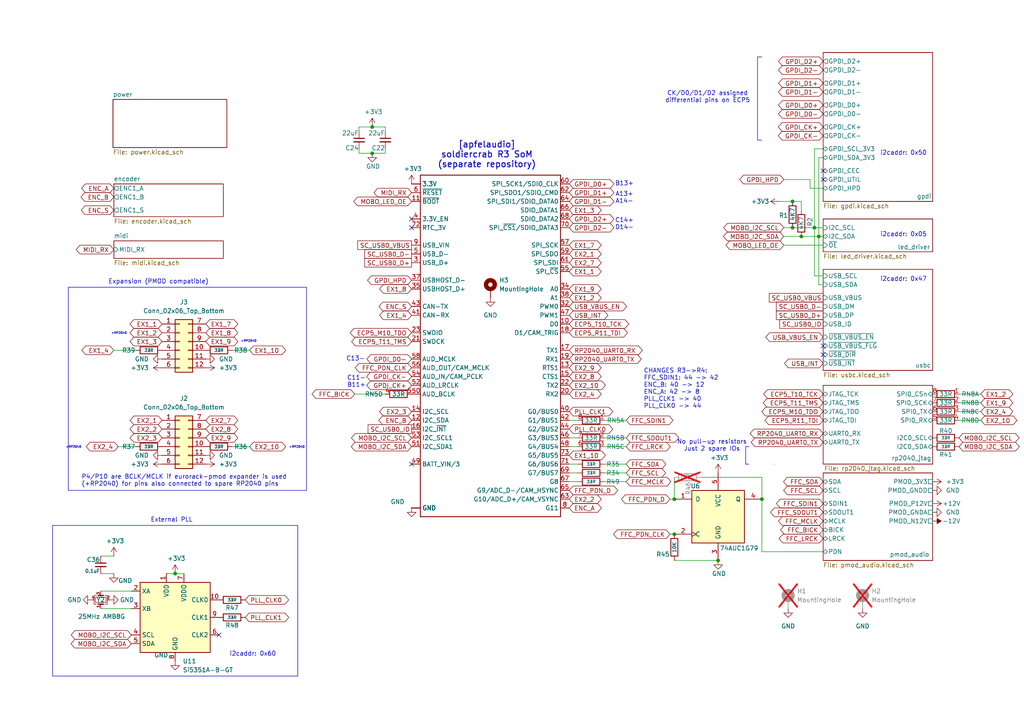
<source format=kicad_sch>
(kicad_sch (version 20231120) (generator "eeschema") (generator_version "8.0")
  (paper "A4")
  (title_block (title "Tiliqua (motherboard PCBA)") (rev "R3") (company "S. Holzapfel, apfelaudio UG (haftungsbeschränkt)"))
  (junction (at 220.98 144.78))
  (junction (at 208.28 162.56))
  (junction (at 107.95 36.83))
  (junction (at 229.87 66.04))
  (junction (at 229.87 58.42))
  (junction (at 236.22 66.04))
  (junction (at 107.95 44.45))
  (junction (at 195.58 144.78))
  (junction (at 50.8 166.37))
  (junction (at 195.58 154.94))
  (junction (at 232.41 68.58))
  (junction (at 237.49 68.58))
  (no_connect (at 63.5 184.15))
  (no_connect (at 119.38 134.62))
  (no_connect (at 119.38 66.04))
  (no_connect (at 238.76 52.07))
  (no_connect (at 238.76 100.33))
  (no_connect (at 238.76 102.87))
  (no_connect (at 238.76 49.53))
  (no_connect (at 119.38 63.5))
  (wire (pts (xy 229.87 58.42) (xy 232.41 58.42)))
  (wire (pts (xy 194.31 154.94) (xy 195.58 154.94)))
  (wire (pts (xy 104.14 44.45) (xy 107.95 44.45)))
  (wire (pts (xy 175.26 134.62) (xy 181.61 134.62)))
  (polyline (pts (xy 219.71 40.64) (xy 220.98 40.64)))
  (polyline (pts (xy 216.2819 129.54) (xy 216.2819 134.62)))
  (wire (pts (xy 234.95 52.07) (xy 234.95 54.61)))
  (wire (pts (xy 29.21 176.53) (xy 38.1 176.53)))
  (wire (pts (xy 220.98 138.43) (xy 220.98 144.78)))
  (wire (pts (xy 167.64 121.92) (xy 165.1 121.92)))
  (wire (pts (xy 236.22 43.18) (xy 238.76 43.18)))
  (wire (pts (xy 278.13 121.92) (xy 284.48 121.92)))
  (wire (pts (xy 48.26 166.37) (xy 50.8 166.37)))
  (wire (pts (xy 72.39 129.54) (xy 67.31 129.54)))
  (wire (pts (xy 236.22 80.01) (xy 238.76 80.01)))
  (wire (pts (xy 181.61 121.92) (xy 175.26 121.92)))
  (wire (pts (xy 111.76 44.45) (xy 111.76 43.18)))
  (wire (pts (xy 229.87 66.04) (xy 236.22 66.04)))
  (wire (pts (xy 236.22 66.04) (xy 236.22 80.01)))
  (wire (pts (xy 104.14 38.1) (xy 104.14 36.83)))
  (wire (pts (xy 237.49 68.58) (xy 237.49 45.72)))
  (wire (pts (xy 34.29 129.54) (xy 39.37 129.54)))
  (wire (pts (xy 167.64 139.7) (xy 165.1 139.7)))
  (wire (pts (xy 278.13 114.3) (xy 284.48 114.3)))
  (wire (pts (xy 165.1 134.62) (xy 167.64 134.62)))
  (wire (pts (xy 227.33 66.04) (xy 229.87 66.04)))
  (wire (pts (xy 203.2 138.43) (xy 220.98 138.43)))
  (wire (pts (xy 220.98 144.78) (xy 220.98 160.02)))
  (wire (pts (xy 195.58 138.43) (xy 195.58 144.78)))
  (wire (pts (xy 237.49 68.58) (xy 238.76 68.58)))
  (wire (pts (xy 234.95 54.61) (xy 238.76 54.61)))
  (wire (pts (xy 237.49 68.58) (xy 237.49 82.55)))
  (wire (pts (xy 165.1 137.16) (xy 167.64 137.16)))
  (polyline (pts (xy 219.71 16.51) (xy 219.71 40.64)))
  (wire (pts (xy 227.33 52.07) (xy 234.95 52.07)))
  (polyline (pts (xy 216.2819 134.62) (xy 217.17 134.62)))
  (wire (pts (xy 111.76 36.83) (xy 111.76 38.1)))
  (wire (pts (xy 175.26 139.7) (xy 181.61 139.7)))
  (wire (pts (xy 29.21 161.29) (xy 33.02 161.29)))
  (wire (pts (xy 102.87 114.3) (xy 111.76 114.3)))
  (wire (pts (xy 237.49 45.72) (xy 238.76 45.72)))
  (wire (pts (xy 175.26 129.54) (xy 181.61 129.54)))
  (wire (pts (xy 167.64 127) (xy 165.1 127)))
  (wire (pts (xy 236.22 66.04) (xy 236.22 43.18)))
  (wire (pts (xy 107.95 44.45) (xy 111.76 44.45)))
  (wire (pts (xy 50.8 166.37) (xy 53.34 166.37)))
  (wire (pts (xy 278.13 116.84) (xy 284.48 116.84)))
  (wire (pts (xy 29.21 166.37) (xy 33.02 166.37)))
  (wire (pts (xy 195.58 162.56) (xy 208.28 162.56)))
  (wire (pts (xy 107.95 36.83) (xy 111.76 36.83)))
  (wire (pts (xy 175.26 137.16) (xy 181.61 137.16)))
  (wire (pts (xy 226.06 58.42) (xy 229.87 58.42)))
  (wire (pts (xy 220.98 160.02) (xy 238.76 160.02)))
  (wire (pts (xy 236.22 66.04) (xy 238.76 66.04)))
  (polyline (pts (xy 216.2819 129.54) (xy 217.2261 129.54)))
  (wire (pts (xy 104.14 36.83) (xy 107.95 36.83)))
  (wire (pts (xy 175.26 127) (xy 181.61 127)))
  (polyline (pts (xy 224.4081 134.6199) (xy 224.4081 134.62)))
  (wire (pts (xy 29.21 171.45) (xy 38.1 171.45)))
  (wire (pts (xy 104.14 43.18) (xy 104.14 44.45)))
  (wire (pts (xy 237.49 82.55) (xy 238.76 82.55)))
  (wire (pts (xy 33.02 101.6) (xy 39.37 101.6)))
  (wire (pts (xy 167.64 129.54) (xy 165.1 129.54)))
  (wire (pts (xy 232.41 68.58) (xy 237.49 68.58)))
  (wire (pts (xy 227.33 68.58) (xy 232.41 68.58)))
  (wire (pts (xy 278.13 119.38) (xy 284.48 119.38)))
  (wire (pts (xy 194.31 144.78) (xy 195.58 144.78)))
  (wire (pts (xy 227.33 71.12) (xy 238.76 71.12)))
  (polyline (pts (xy 220.98 16.51) (xy 219.71 16.51)))
  (wire (pts (xy 232.41 60.96) (xy 232.41 58.42)))
  (wire (pts (xy 67.31 101.6) (xy 72.39 101.6)))
  (rectangle (start 15.24 152.4) (end 86.36 196.088))
  (rectangle (start 19.812 83.312) (end 88.9 142.24))
  (text "A13+\nA14-" (at 181.102 57.404 0) (effects (font (size 1.27 1.27))))
  (text "+RP2040" (at 72.136 99.06 0) (effects (font (size 0.635 0.635) (thickness 0.127) (bold yes))))
  (text "No pull-up resistors\nJust 2 spare IOs" (at 206.502 129.286 0) (effects (font (size 1.27 1.27))))
  (text "+RP2040" (at 86.106 129.794 0) (effects (font (size 0.635 0.635) (thickness 0.127) (bold yes))))
  (text "Expansion (PMOD compatible)" (at 45.974 81.788 0) (effects (font (size 1.27 1.27))))
  (text "i2caddr: 0x60" (at 66.548 190.5 0) (effects (font (size 1.27 1.27)) (justify left bottom)))
  (text "P4/P10 are BCLK/MCLK if eurorack-pmod expander is used\n(+RP2040) for pins also connected to spare RP2040 pins" (at 23.622 139.446 0) (effects (font (size 1.27 1.27)) (justify left)))
  (text "i2caddr: 0x47" (at 255.27 81.788 0) (effects (font (size 1.27 1.27)) (justify left bottom)))
  (text "CK/D0/D1/D2 assigned\ndifferential pins on ECP5" (at 205.232 28.194 0) (effects (font (size 1.27 1.27))))
  (text "C14+\nD14-" (at 181.102 65.024 0) (effects (font (size 1.27 1.27))))
  (text "+RP2040" (at 34.544 96.774 0) (effects (font (size 0.635 0.635) (thickness 0.127) (bold yes))))
  (text "External PLL" (at 49.784 150.876 0) (effects (font (size 1.27 1.27))))
  (text "+RP2040" (at 21.336 129.794 0) (effects (font (size 0.635 0.635) (thickness 0.127) (bold yes))))
  (text "i2caddr: 0x05" (at 255.27 68.834 0) (effects (font (size 1.27 1.27)) (justify left bottom)))
  (text "C11-\nB11+" (at 103.378 110.744 0) (effects (font (size 1.27 1.27))))
  (text "B13+" (at 181.102 53.34 0) (effects (font (size 1.27 1.27))))
  (text "CHANGES R3->R4:\nFFC_SDIN1: 44 -> 42\nENC_B: 40 -> 12\nENC_A: 42 -> 8\nPLL_CLK1 -> 40\nPLL_CLK0 -> 44" (at 186.69 112.776 0) (effects (font (size 1.27 1.27)) (justify left)))
  (text "[apfelaudio]\nsoldiercrab R3 SoM\n(separate repository)" (at 141.224 44.958 0) (effects (font (size 1.778 1.778) (thickness 0.254) (bold yes))))
  (text "i2caddr: 0x50" (at 255.27 45.212 0) (effects (font (size 1.27 1.27)) (justify left bottom)))
  (text "C13-" (at 103.124 104.14 0) (effects (font (size 1.27 1.27))))
  (global_label "MOBO_I2C_SDA" (shape bidirectional) (at 38.1 186.69 180) (property "Intersheetrefs" "${INTERSHEET_REFS}" (effects (hide yes))))
  (global_label "USB_VBUS_EN" (shape bidirectional) (at 165.1 88.9 0) (property "Intersheetrefs" "${INTERSHEET_REFS}" (effects (hide yes))))
  (global_label "GPDI_HPD" (shape bidirectional) (at 227.33 52.07 180) (property "Intersheetrefs" "${INTERSHEET_REFS}" (effects (hide yes))))
  (global_label "GPDI_D1+" (shape bidirectional) (at 165.1 55.88 0) (property "Intersheetrefs" "${INTERSHEET_REFS}" (effects (hide yes))))
  (global_label "FFC_MCLK" (shape bidirectional) (at 238.76 151.13 180) (property "Intersheetrefs" "${INTERSHEET_REFS}" (effects (hide yes))))
  (global_label "EX1_9" (shape bidirectional) (at 165.1 83.82 0) (property "Intersheetrefs" "${INTERSHEET_REFS}" (effects (hide yes))))
  (global_label "EX2_1" (shape bidirectional) (at 46.99 121.92 180) (property "Intersheetrefs" "${INTERSHEET_REFS}" (effects (hide yes))))
  (global_label "ENC_S" (shape bidirectional) (at 119.38 88.9 180) (property "Intersheetrefs" "${INTERSHEET_REFS}" (effects (hide yes))))
  (global_label "SC_USB0_VBUS" (shape passive) (at 119.38 71.12 180) (property "Intersheetrefs" "${INTERSHEET_REFS}" (effects (hide yes))))
  (global_label "FFC_SDOUT1" (shape bidirectional) (at 181.61 127 0) (property "Intersheetrefs" "${INTERSHEET_REFS}" (effects (hide yes))))
  (global_label "EX2_10" (shape bidirectional) (at 165.1 111.76 0) (property "Intersheetrefs" "${INTERSHEET_REFS}" (effects (hide yes))))
  (global_label "MOBO_I2C_SCL" (shape bidirectional) (at 119.38 127 180) (property "Intersheetrefs" "${INTERSHEET_REFS}" (effects (hide yes))))
  (global_label "MIDI_RX" (shape bidirectional) (at 33.02 72.39 180) (property "Intersheetrefs" "${INTERSHEET_REFS}" (effects (hide yes))))
  (global_label "GPDI_D1-" (shape bidirectional) (at 238.76 26.67 180) (property "Intersheetrefs" "${INTERSHEET_REFS}" (effects (hide yes))))
  (global_label "MOBO_I2C_SCL" (shape bidirectional) (at 227.33 66.04 180) (property "Intersheetrefs" "${INTERSHEET_REFS}" (effects (hide yes))))
  (global_label "FFC_PDN_D" (shape bidirectional) (at 165.1 142.24 0) (property "Intersheetrefs" "${INTERSHEET_REFS}" (effects (hide yes))))
  (global_label "SC_USB0_D-" (shape passive) (at 238.76 88.9 180) (property "Intersheetrefs" "${INTERSHEET_REFS}" (effects (hide yes))))
  (global_label "PLL_CLK1" (shape bidirectional) (at 165.1 119.38 0) (property "Intersheetrefs" "${INTERSHEET_REFS}" (effects (hide yes))))
  (global_label "PLL_CLK0" (shape bidirectional) (at 165.1 124.46 0) (property "Intersheetrefs" "${INTERSHEET_REFS}" (effects (hide yes))))
  (global_label "SC_USB0_ID" (shape passive) (at 119.38 124.46 180) (property "Intersheetrefs" "${INTERSHEET_REFS}" (effects (hide yes))))
  (global_label "ECP5_R11_TDI" (shape bidirectional) (at 238.76 121.92 180) (property "Intersheetrefs" "${INTERSHEET_REFS}" (effects (hide yes))))
  (global_label "EX1_4" (shape bidirectional) (at 119.38 91.44 180) (property "Intersheetrefs" "${INTERSHEET_REFS}" (effects (hide yes))))
  (global_label "GPDI_D2+" (shape bidirectional) (at 165.1 63.5 0) (property "Intersheetrefs" "${INTERSHEET_REFS}" (effects (hide yes))))
  (global_label "EX1_3" (shape bidirectional) (at 46.99 99.06 180) (property "Intersheetrefs" "${INTERSHEET_REFS}" (effects (hide yes))))
  (global_label "EX2_4" (shape bidirectional) (at 284.48 119.38 0) (property "Intersheetrefs" "${INTERSHEET_REFS}" (effects (hide yes))))
  (global_label "GPDI_CK-" (shape bidirectional) (at 119.38 109.22 180) (property "Intersheetrefs" "${INTERSHEET_REFS}" (effects (hide yes))))
  (global_label "EX2_4" (shape bidirectional) (at 34.29 129.54 180) (property "Intersheetrefs" "${INTERSHEET_REFS}" (effects (hide yes))))
  (global_label "GPDI_CK-" (shape bidirectional) (at 238.76 39.37 180) (property "Intersheetrefs" "${INTERSHEET_REFS}" (effects (hide yes))))
  (global_label "SC_USB0_ID" (shape passive) (at 238.76 93.98 180) (property "Intersheetrefs" "${INTERSHEET_REFS}" (effects (hide yes))))
  (global_label "EX1_8" (shape bidirectional) (at 119.38 83.82 180) (property "Intersheetrefs" "${INTERSHEET_REFS}" (effects (hide yes))))
  (global_label "FFC_MCLK" (shape bidirectional) (at 181.61 139.7 0) (property "Intersheetrefs" "${INTERSHEET_REFS}" (effects (hide yes))))
  (global_label "ECP5_M10_TDO" (shape bidirectional) (at 238.76 119.38 180) (property "Intersheetrefs" "${INTERSHEET_REFS}" (effects (hide yes))))
  (global_label "ECP5_R11_TDI" (shape bidirectional) (at 165.1 96.52 0) (property "Intersheetrefs" "${INTERSHEET_REFS}" (effects (hide yes))))
  (global_label "EX2_8" (shape bidirectional) (at 59.69 124.46 0) (property "Intersheetrefs" "${INTERSHEET_REFS}" (effects (hide yes))))
  (global_label "GPDI_HPD" (shape bidirectional) (at 119.38 81.28 180) (property "Intersheetrefs" "${INTERSHEET_REFS}" (effects (hide yes))))
  (global_label "EX1_3" (shape bidirectional) (at 165.1 60.96 0) (property "Intersheetrefs" "${INTERSHEET_REFS}" (effects (hide yes))))
  (global_label "FFC_SDA" (shape bidirectional) (at 238.76 139.7 180) (property "Intersheetrefs" "${INTERSHEET_REFS}" (effects (hide yes))))
  (global_label "EX1_2" (shape bidirectional) (at 165.1 86.36 0) (property "Intersheetrefs" "${INTERSHEET_REFS}" (effects (hide yes))))
  (global_label "EX2_2" (shape bidirectional) (at 46.99 124.46 180) (property "Intersheetrefs" "${INTERSHEET_REFS}" (effects (hide yes))))
  (global_label "GPDI_D2-" (shape bidirectional) (at 238.76 20.32 180) (property "Intersheetrefs" "${INTERSHEET_REFS}" (effects (hide yes))))
  (global_label "FFC_SCL" (shape bidirectional) (at 238.76 142.24 180) (property "Intersheetrefs" "${INTERSHEET_REFS}" (effects (hide yes))))
  (global_label "MOBO_LED_OE" (shape bidirectional) (at 227.33 71.12 180) (property "Intersheetrefs" "${INTERSHEET_REFS}" (effects (hide yes))))
  (global_label "USB_VBUS_EN" (shape bidirectional) (at 238.76 97.79 180) (property "Intersheetrefs" "${INTERSHEET_REFS}" (effects (hide yes))))
  (global_label "MOBO_I2C_SDA" (shape bidirectional) (at 119.38 129.54 180) (property "Intersheetrefs" "${INTERSHEET_REFS}" (effects (hide yes))))
  (global_label "RP2040_UART0_TX" (shape bidirectional) (at 165.1 104.14 0) (property "Intersheetrefs" "${INTERSHEET_REFS}" (effects (hide yes))))
  (global_label "EX2_9" (shape bidirectional) (at 59.69 127 0) (property "Intersheetrefs" "${INTERSHEET_REFS}" (effects (hide yes))))
  (global_label "GPDI_D2+" (shape bidirectional) (at 238.76 17.78 180) (property "Intersheetrefs" "${INTERSHEET_REFS}" (effects (hide yes))))
  (global_label "EX2_8" (shape bidirectional) (at 165.1 109.22 0) (property "Intersheetrefs" "${INTERSHEET_REFS}" (effects (hide yes))))
  (global_label "EX2_4" (shape bidirectional) (at 165.1 114.3 0) (property "Intersheetrefs" "${INTERSHEET_REFS}" (effects (hide yes))))
  (global_label "RP2040_UART0_TX" (shape bidirectional) (at 238.76 128.27 180) (property "Intersheetrefs" "${INTERSHEET_REFS}" (effects (hide yes))))
  (global_label "FFC_SDIN1" (shape bidirectional) (at 181.61 121.92 0) (property "Intersheetrefs" "${INTERSHEET_REFS}" (effects (hide yes))))
  (global_label "GPDI_D0+" (shape bidirectional) (at 238.76 30.48 180) (property "Intersheetrefs" "${INTERSHEET_REFS}" (effects (hide yes))))
  (global_label "FFC_SDOUT1" (shape bidirectional) (at 238.76 148.59 180) (property "Intersheetrefs" "${INTERSHEET_REFS}" (effects (hide yes))))
  (global_label "EX1_9" (shape bidirectional) (at 284.48 116.84 0) (property "Intersheetrefs" "${INTERSHEET_REFS}" (effects (hide yes))))
  (global_label "FFC_LRCK" (shape bidirectional) (at 238.76 156.21 180) (property "Intersheetrefs" "${INTERSHEET_REFS}" (effects (hide yes))))
  (global_label "SC_USB0_VBUS" (shape passive) (at 238.76 86.36 180) (property "Intersheetrefs" "${INTERSHEET_REFS}" (effects (hide yes))))
  (global_label "FFC_SDIN1" (shape bidirectional) (at 238.76 146.05 180) (property "Intersheetrefs" "${INTERSHEET_REFS}" (effects (hide yes))))
  (global_label "FFC_SCL" (shape bidirectional) (at 181.61 137.16 0) (property "Intersheetrefs" "${INTERSHEET_REFS}" (effects (hide yes))))
  (global_label "EX2_7" (shape bidirectional) (at 59.69 121.92 0) (property "Intersheetrefs" "${INTERSHEET_REFS}" (effects (hide yes))))
  (global_label "PLL_CLK1" (shape bidirectional) (at 71.12 179.07 0) (property "Intersheetrefs" "${INTERSHEET_REFS}" (effects (hide yes))))
  (global_label "GPDI_D2-" (shape bidirectional) (at 165.1 66.04 0) (property "Intersheetrefs" "${INTERSHEET_REFS}" (effects (hide yes))))
  (global_label "ENC_B" (shape bidirectional) (at 119.38 121.92 180) (property "Intersheetrefs" "${INTERSHEET_REFS}" (effects (hide yes))))
  (global_label "ENC_B" (shape bidirectional) (at 33.02 57.15 180) (property "Intersheetrefs" "${INTERSHEET_REFS}" (effects (hide yes))))
  (global_label "EX1_1" (shape bidirectional) (at 46.99 93.98 180) (property "Intersheetrefs" "${INTERSHEET_REFS}" (effects (hide yes))))
  (global_label "EX1_7" (shape bidirectional) (at 165.1 71.12 0) (property "Intersheetrefs" "${INTERSHEET_REFS}" (effects (hide yes))))
  (global_label "EX2_9" (shape bidirectional) (at 165.1 106.68 0) (property "Intersheetrefs" "${INTERSHEET_REFS}" (effects (hide yes))))
  (global_label "RP2040_UART0_RX" (shape bidirectional) (at 165.1 101.6 0) (property "Intersheetrefs" "${INTERSHEET_REFS}" (effects (hide yes))))
  (global_label "MOBO_I2C_SDA" (shape bidirectional) (at 278.13 129.54 0) (property "Intersheetrefs" "${INTERSHEET_REFS}" (effects (hide yes))))
  (global_label "RP2040_UART0_RX" (shape bidirectional) (at 238.76 125.73 180) (property "Intersheetrefs" "${INTERSHEET_REFS}" (effects (hide yes))))
  (global_label "ECP5_T10_TCK" (shape bidirectional) (at 165.1 93.98 0) (property "Intersheetrefs" "${INTERSHEET_REFS}" (effects (hide yes))))
  (global_label "FFC_PDN_D" (shape bidirectional) (at 194.31 144.78 180) (property "Intersheetrefs" "${INTERSHEET_REFS}" (effects (hide yes))))
  (global_label "ECP5_M10_TDO" (shape bidirectional) (at 119.38 96.52 180) (property "Intersheetrefs" "${INTERSHEET_REFS}" (effects (hide yes))))
  (global_label "MOBO_LED_OE" (shape bidirectional) (at 119.38 58.42 180) (property "Intersheetrefs" "${INTERSHEET_REFS}" (effects (hide yes))))
  (global_label "EX1_4" (shape bidirectional) (at 33.02 101.6 180) (property "Intersheetrefs" "${INTERSHEET_REFS}" (effects (hide yes))))
  (global_label "GPDI_D0+" (shape bidirectional) (at 165.1 53.34 0) (property "Intersheetrefs" "${INTERSHEET_REFS}" (effects (hide yes))))
  (global_label "GPDI_D0-" (shape bidirectional) (at 119.38 104.14 180) (property "Intersheetrefs" "${INTERSHEET_REFS}" (effects (hide yes))))
  (global_label "EX2_10" (shape bidirectional) (at 284.48 121.92 0) (property "Intersheetrefs" "${INTERSHEET_REFS}" (effects (hide yes))))
  (global_label "ECP5_T11_TMS" (shape bidirectional) (at 119.38 99.06 180) (property "Intersheetrefs" "${INTERSHEET_REFS}" (effects (hide yes))))
  (global_label "ENC_A" (shape bidirectional) (at 33.02 54.61 180) (property "Intersheetrefs" "${INTERSHEET_REFS}" (effects (hide yes))))
  (global_label "FFC_PDN_CLK" (shape bidirectional) (at 119.38 106.68 180) (property "Intersheetrefs" "${INTERSHEET_REFS}" (effects (hide yes))))
  (global_label "EX1_2" (shape bidirectional) (at 46.99 96.52 180) (property "Intersheetrefs" "${INTERSHEET_REFS}" (effects (hide yes))))
  (global_label "GPDI_CK+" (shape bidirectional) (at 119.38 111.76 180) (property "Intersheetrefs" "${INTERSHEET_REFS}" (effects (hide yes))))
  (global_label "GPDI_D0-" (shape bidirectional) (at 238.76 33.02 180) (property "Intersheetrefs" "${INTERSHEET_REFS}" (effects (hide yes))))
  (global_label "FFC_BICK" (shape bidirectional) (at 238.76 153.67 180) (property "Intersheetrefs" "${INTERSHEET_REFS}" (effects (hide yes))))
  (global_label "USB_INT" (shape bidirectional) (at 238.76 105.41 180) (property "Intersheetrefs" "${INTERSHEET_REFS}" (effects (hide yes))))
  (global_label "EX1_8" (shape bidirectional) (at 59.69 96.52 0) (property "Intersheetrefs" "${INTERSHEET_REFS}" (effects (hide yes))))
  (global_label "SC_USB0_D-" (shape passive) (at 119.38 73.66 180) (property "Intersheetrefs" "${INTERSHEET_REFS}" (effects (hide yes))))
  (global_label "MOBO_I2C_SCL" (shape bidirectional) (at 38.1 184.15 180) (property "Intersheetrefs" "${INTERSHEET_REFS}" (effects (hide yes))))
  (global_label "MIDI_RX" (shape bidirectional) (at 119.38 55.88 180) (property "Intersheetrefs" "${INTERSHEET_REFS}" (effects (hide yes))))
  (global_label "EX2_3" (shape bidirectional) (at 119.38 119.38 180) (property "Intersheetrefs" "${INTERSHEET_REFS}" (effects (hide yes))))
  (global_label "EX2_2" (shape bidirectional) (at 165.1 144.78 0) (property "Intersheetrefs" "${INTERSHEET_REFS}" (effects (hide yes))))
  (global_label "GPDI_D1-" (shape bidirectional) (at 165.1 58.42 0) (property "Intersheetrefs" "${INTERSHEET_REFS}" (effects (hide yes))))
  (global_label "EX1_10" (shape bidirectional) (at 72.39 101.6 0) (property "Intersheetrefs" "${INTERSHEET_REFS}" (effects (hide yes))))
  (global_label "SC_USB0_D+" (shape passive) (at 238.76 91.44 180) (property "Intersheetrefs" "${INTERSHEET_REFS}" (effects (hide yes))))
  (global_label "EX2_10" (shape bidirectional) (at 72.39 129.54 0) (property "Intersheetrefs" "${INTERSHEET_REFS}" (effects (hide yes))))
  (global_label "MOBO_I2C_SCL" (shape bidirectional) (at 278.13 127 0) (property "Intersheetrefs" "${INTERSHEET_REFS}" (effects (hide yes))))
  (global_label "FFC_SDA" (shape bidirectional) (at 181.61 134.62 0) (property "Intersheetrefs" "${INTERSHEET_REFS}" (effects (hide yes))))
  (global_label "EX1_1" (shape bidirectional) (at 165.1 78.74 0) (property "Intersheetrefs" "${INTERSHEET_REFS}" (effects (hide yes))))
  (global_label "FFC_BICK" (shape bidirectional) (at 102.87 114.3 180) (property "Intersheetrefs" "${INTERSHEET_REFS}" (effects (hide yes))))
  (global_label "ENC_S" (shape bidirectional) (at 33.02 60.96 180) (property "Intersheetrefs" "${INTERSHEET_REFS}" (effects (hide yes))))
  (global_label "FFC_LRCK" (shape bidirectional) (at 181.61 129.54 0) (property "Intersheetrefs" "${INTERSHEET_REFS}" (effects (hide yes))))
  (global_label "EX1_9" (shape bidirectional) (at 59.69 99.06 0) (property "Intersheetrefs" "${INTERSHEET_REFS}" (effects (hide yes))))
  (global_label "GPDI_CK+" (shape bidirectional) (at 238.76 36.83 180) (property "Intersheetrefs" "${INTERSHEET_REFS}" (effects (hide yes))))
  (global_label "EX2_3" (shape bidirectional) (at 46.99 127 180) (property "Intersheetrefs" "${INTERSHEET_REFS}" (effects (hide yes))))
  (global_label "MOBO_I2C_SDA" (shape bidirectional) (at 227.33 68.58 180) (property "Intersheetrefs" "${INTERSHEET_REFS}" (effects (hide yes))))
  (global_label "GPDI_D1+" (shape bidirectional) (at 238.76 24.13 180) (property "Intersheetrefs" "${INTERSHEET_REFS}" (effects (hide yes))))
  (global_label "PLL_CLK0" (shape bidirectional) (at 71.12 173.99 0) (property "Intersheetrefs" "${INTERSHEET_REFS}" (effects (hide yes))))
  (global_label "EX2_7" (shape bidirectional) (at 165.1 76.2 0) (property "Intersheetrefs" "${INTERSHEET_REFS}" (effects (hide yes))))
  (global_label "EX1_2" (shape bidirectional) (at 284.48 114.3 0) (property "Intersheetrefs" "${INTERSHEET_REFS}" (effects (hide yes))))
  (global_label "EX1_10" (shape bidirectional) (at 165.1 132.08 0) (property "Intersheetrefs" "${INTERSHEET_REFS}" (effects (hide yes))))
  (global_label "ENC_A" (shape bidirectional) (at 165.1 147.32 0) (property "Intersheetrefs" "${INTERSHEET_REFS}" (effects (hide yes))))
  (global_label "EX1_7" (shape bidirectional) (at 59.69 93.98 0) (property "Intersheetrefs" "${INTERSHEET_REFS}" (effects (hide yes))))
  (global_label "SC_USB0_D+" (shape passive) (at 119.38 76.2 180) (property "Intersheetrefs" "${INTERSHEET_REFS}" (effects (hide yes))))
  (global_label "ECP5_T11_TMS" (shape bidirectional) (at 238.76 116.84 180) (property "Intersheetrefs" "${INTERSHEET_REFS}" (effects (hide yes))))
  (global_label "EX2_1" (shape bidirectional) (at 165.1 73.66 0) (property "Intersheetrefs" "${INTERSHEET_REFS}" (effects (hide yes))))
  (global_label "ECP5_T10_TCK" (shape bidirectional) (at 238.76 114.3 180) (property "Intersheetrefs" "${INTERSHEET_REFS}" (effects (hide yes))))
  (global_label "USB_INT" (shape bidirectional) (at 165.1 91.44 0) (property "Intersheetrefs" "${INTERSHEET_REFS}" (effects (hide yes))))
  (global_label "FFC_PDN_CLK" (shape bidirectional) (at 194.31 154.94 180) (property "Intersheetrefs" "${INTERSHEET_REFS}" (effects (hide yes))))
  (symbol (lib_id "OLIMEX_RCL:R") (at 63.5 101.6 0) (unit 1) (exclude_from_sim yes)
    (property "Reference" "R38" (at 69.85 101.6 0))
    (property "Value" "33R" (at 63.5 101.6 0) (effects (font (size 0.889 0.889))))
    (property "Footprint" "Resistor_SMD:R_0402_1005Metric" (effects (hide yes)))
    (property "Datasheet" "~" (at 63.5 101.6 90) (effects (font (size 0.762 0.762))))
    (property "Fieldname 1" "Value 1" (effects (hide yes)))
    (property "Fieldname2" "Value2" (effects (hide yes)))
    (property "Fieldname3" "Value3" (effects (hide yes)))
    (property "lcsc#" "C138002" (effects (hide yes)))
    (property "LCSC" "C138021" (effects (hide yes)))
  )
  (symbol (lib_id "MicroMod_Sno_Processor-eagle-import:MICROMOD-2222") (at 142.24 104.14 0) (unit 1)
    (property "Reference" "J8" (effects (hide yes)))
    (property "Value" "MICROMOD-2222" (effects (hide yes)))
    (property "Footprint" "m2:TE_21992304" (effects (hide yes)))
    (property "lcsc#" "C2977809" (effects (hide yes)))
    (property "LCSC" "C2977809" (effects (hide yes)))
  )
  (symbol (lib_id "OLIMEX_RCL:R") (at 171.45 137.16 0) (unit 1) (exclude_from_sim yes)
    (property "Reference" "R34" (at 177.8 137.16 0))
    (property "Value" "33R" (at 171.45 137.16 0) (effects (font (size 0.889 0.889))))
    (property "Footprint" "Resistor_SMD:R_0402_1005Metric" (effects (hide yes)))
    (property "Datasheet" "~" (at 171.45 137.16 90) (effects (font (size 0.762 0.762))))
    (property "Fieldname 1" "Value 1" (effects (hide yes)))
    (property "Fieldname2" "Value2" (effects (hide yes)))
    (property "Fieldname3" "Value3" (effects (hide yes)))
    (property "lcsc#" "C138002" (effects (hide yes)))
    (property "LCSC" "C138021" (effects (hide yes)))
  )
  (symbol (lib_id "Device:R_Pack04_Split") (at 171.45 121.92 90) (unit 1)
    (property "Reference" "RN5" (at 178.562 121.92 90))
    (property "Value" "33R" (at 171.45 121.92 90))
    (property "Footprint" "Resistor_SMD:R_Array_Convex_4x0402" (effects (hide yes)))
    (property "mfg#" "YC124-JR-0733RL" (effects (hide yes)))
    (property "lcsc#" "C125323 " (effects (hide yes)))
    (property "LCSC" "C125323" (effects (hide yes)))
  )
  (symbol (lib_id "power:GND") (at 107.95 44.45 0) (unit 1)
    (property "Reference" "#PWR085" (effects (hide yes)))
    (property "Value" "GND" (at 108.204 48.26 0))
  )
  (symbol (lib_id "power:+3V3") (at 270.51 139.7 270) (unit 1)
    (property "Reference" "#PWR061" (effects (hide yes)))
    (property "Value" "+3V3" (at 274.32 139.6999 90) (effects (justify left)))
  )
  (symbol (lib_id "Device:R") (at 232.41 64.77 180) (unit 1)
    (property "Reference" "R2" (at 234.95 62.992 90) (effects (justify left)))
    (property "Value" "4K7" (at 232.41 62.738 90) (effects (justify left)))
    (property "Footprint" "Resistor_SMD:R_0402_1005Metric" (effects (hide yes)))
    (property "Mfg" "Yageo" (effects (hide yes)))
    (property "lcsc#" "C25900" (effects (hide yes)))
    (property "LCSC" "C25900" (effects (hide yes)))
  )
  (symbol (lib_id "power:+3V3") (at 33.02 161.29 0) (unit 1)
    (property "Reference" "#PWR095" (effects (hide yes)))
    (property "Value" "+3V3" (at 33.3756 156.8958 0))
  )
  (symbol (lib_id "Oscillator:Si5351A-B-GT") (at 50.8 179.07 0) (unit 1)
    (property "Reference" "U11" (at 52.9941 191.77 0) (effects (justify left)))
    (property "Value" "Si5351A-B-GT" (at 52.9941 194.31 0) (effects (justify left)))
    (property "Footprint" "Package_SO:MSOP-10_3x3mm_P0.5mm" (effects (hide yes)))
    (property "Datasheet" "https://www.silabs.com/documents/public/data-sheets/Si5351-B.pdf" (effects (hide yes)))
    (property "Description" "I2C Programmable Any-Frequency CMOS Clock Generator, MSOP-8" (effects (hide yes)))
  )
  (symbol (lib_id "Device:C_Small") (at 104.14 40.64 0) (mirror y) (unit 1)
    (property "Reference" "C24" (at 102.108 42.926 0))
    (property "Value" "22uF" (at 101.6 38.608 0))
    (property "Footprint" "Capacitor_SMD:C_1206_3216Metric" (effects (hide yes)))
    (property "Description" "Unpolarized capacitor, small symbol" (effects (hide yes)))
    (property "mfg#" " CL31A226KAHNNNE" (effects (hide yes)))
    (property "lcsc#" "C12891" (effects (hide yes)))
    (property "LCSC" "C12891" (effects (hide yes)))
  )
  (symbol (lib_id "OLIMEX_RCL:R") (at 67.31 179.07 0) (unit 1) (exclude_from_sim yes)
    (property "Reference" "R48" (at 67.31 181.356 0))
    (property "Value" "33R" (at 67.31 179.07 0) (effects (font (size 0.889 0.889))))
    (property "Footprint" "Resistor_SMD:R_0402_1005Metric" (effects (hide yes)))
    (property "Datasheet" "~" (at 67.31 179.07 90) (effects (font (size 0.762 0.762))))
    (property "Fieldname 1" "Value 1" (effects (hide yes)))
    (property "Fieldname2" "Value2" (effects (hide yes)))
    (property "Fieldname3" "Value3" (effects (hide yes)))
    (property "lcsc#" "C138002" (effects (hide yes)))
    (property "LCSC" "C138021" (effects (hide yes)))
  )
  (symbol (lib_id "power:GND") (at 270.51 142.24 90) (mirror x) (unit 1)
    (property "Reference" "#PWR062" (effects (hide yes)))
    (property "Value" "GND" (at 274.32 142.2399 90) (effects (justify right)))
  )
  (symbol (lib_id "OLIMEX_RCL:R") (at 274.32 129.54 0) (unit 1) (exclude_from_sim yes)
    (property "Reference" "R41" (at 274.32 131.826 0))
    (property "Value" "33R" (at 274.32 129.54 0) (effects (font (size 0.889 0.889))))
    (property "Footprint" "Resistor_SMD:R_0402_1005Metric" (effects (hide yes)))
    (property "Datasheet" "~" (at 274.32 129.54 90) (effects (font (size 0.762 0.762))))
    (property "Fieldname 1" "Value 1" (effects (hide yes)))
    (property "Fieldname2" "Value2" (effects (hide yes)))
    (property "Fieldname3" "Value3" (effects (hide yes)))
    (property "lcsc#" "C138002" (effects (hide yes)))
    (property "LCSC" "C138021" (effects (hide yes)))
  )
  (symbol (lib_id "Device:R_Pack04_Split") (at 274.32 119.38 90) (unit 3)
    (property "Reference" "RN8" (at 281.432 119.38 90))
    (property "Value" "33R" (at 274.32 119.38 90))
    (property "Footprint" "Resistor_SMD:R_Array_Convex_4x0402" (effects (hide yes)))
    (property "mfg#" "YC124-JR-0733RL" (effects (hide yes)))
    (property "lcsc#" "C125323 " (effects (hide yes)))
    (property "LCSC" "C125323" (effects (hide yes)))
  )
  (symbol (lib_id "Mechanical:MountingHole_Pad") (at 142.24 83.82 0) (unit 1) (exclude_from_sim yes)
    (property "Reference" "H3" (at 144.78 81.2799 0) (effects (justify left)))
    (property "Value" "MountingHole" (at 144.78 83.8199 0) (effects (justify left)))
    (property "Footprint" "m2:mounting_hole" (effects (hide yes)))
    (property "Description" "Mounting Hole with connection" (effects (hide yes)))
    (property "lcsc#" "C22368605" (effects (hide yes)))
    (property "LCSC" "C22368605" (effects (hide yes)))
  )
  (symbol (lib_id "power:GND") (at 46.99 104.14 270) (mirror x) (unit 1)
    (property "Reference" "#PWR028" (effects (hide yes)))
    (property "Value" "GND" (at 43.18 104.1399 90) (effects (justify right)))
  )
  (symbol (lib_id "power:GND") (at 228.6 176.53 0) (mirror y) (unit 1)
    (property "Reference" "#PWR036" (effects (hide yes)))
    (property "Value" "GND" (at 228.6 181.61 0))
  )
  (symbol (lib_id "OLIMEX_RCL:R") (at 195.58 158.75 90) (unit 1) (exclude_from_sim yes)
    (property "Reference" "R45" (at 192.278 160.782 90))
    (property "Value" "10K" (at 195.58 158.75 0) (effects (font (size 1.016 1.016))))
    (property "Footprint" "Resistor_SMD:R_0402_1005Metric" (effects (hide yes)))
    (property "lcsc#" "C25744" (effects (hide yes)))
    (property "LCSC" "C25744" (effects (hide yes)))
  )
  (symbol (lib_id "power:GND") (at 119.38 147.32 0) (unit 1)
    (property "Reference" "#PWR043" (effects (hide yes)))
    (property "Value" "GND" (at 115.316 145.542 0))
  )
  (symbol (lib_id "Mechanical:MountingHole_Pad") (at 250.19 173.99 0) (unit 1) (exclude_from_sim yes) (in_bom no) (dnp yes)
    (property "Reference" "H2" (at 252.73 171.4499 0) (effects (justify left)))
    (property "Value" "MountingHole" (at 252.73 173.9899 0) (effects (justify left)))
    (property "Footprint" "MountingHole:MountingHole_2.2mm_M2_Pad_Via" (effects (hide yes)))
    (property "Description" "Mounting Hole with connection" (effects (hide yes)))
  )
  (symbol (lib_id "Device:R") (at 199.39 138.43 270) (unit 1) (in_bom no) (dnp yes)
    (property "Reference" "R46" (at 199.644 139.7 0) (effects (justify left)))
    (property "Value" "0R" (at 197.358 138.43 90) (effects (justify left)))
    (property "Footprint" "Resistor_SMD:R_0402_1005Metric" (effects (hide yes)))
    (property "Mfg" "Yageo" (effects (hide yes)))
    (property "LCSC" " C17168" (effects (hide yes)))
  )
  (symbol (lib_id "Device:R_Pack04_Split") (at 274.32 116.84 90) (unit 2)
    (property "Reference" "RN8" (at 281.432 116.84 90))
    (property "Value" "33R" (at 274.32 116.84 90))
    (property "Footprint" "Resistor_SMD:R_Array_Convex_4x0402" (effects (hide yes)))
    (property "mfg#" "YC124-JR-0733RL" (effects (hide yes)))
    (property "lcsc#" "C125323 " (effects (hide yes)))
    (property "LCSC" "C125323" (effects (hide yes)))
  )
  (symbol (lib_id "power:+12V") (at 270.51 146.05 270) (unit 1)
    (property "Reference" "#PWR063" (effects (hide yes)))
    (property "Value" "+12V" (at 278.638 146.05 90) (effects (justify right)))
  )
  (symbol (lib_id "OLIMEX_RCL:R") (at 67.31 173.99 0) (unit 1) (exclude_from_sim yes)
    (property "Reference" "R47" (at 67.31 176.276 0))
    (property "Value" "33R" (at 67.31 173.99 0) (effects (font (size 0.889 0.889))))
    (property "Footprint" "Resistor_SMD:R_0402_1005Metric" (effects (hide yes)))
    (property "Datasheet" "~" (at 67.31 173.99 90) (effects (font (size 0.762 0.762))))
    (property "Fieldname 1" "Value 1" (effects (hide yes)))
    (property "Fieldname2" "Value2" (effects (hide yes)))
    (property "Fieldname3" "Value3" (effects (hide yes)))
    (property "lcsc#" "C138002" (effects (hide yes)))
    (property "LCSC" "C138021" (effects (hide yes)))
  )
  (symbol (lib_id "power:+3V3") (at 59.69 134.62 270) (unit 1)
    (property "Reference" "#PWR024" (effects (hide yes)))
    (property "Value" "+3V3" (at 63.5 134.6199 90) (effects (justify left)))
  )
  (symbol (lib_id "Device:R") (at 229.87 62.23 180) (unit 1)
    (property "Reference" "R1" (at 228.6 62.484 0) (effects (justify left)))
    (property "Value" "4K7" (at 229.87 60.198 90) (effects (justify left)))
    (property "Footprint" "Resistor_SMD:R_0402_1005Metric" (effects (hide yes)))
    (property "Mfg" "Yageo" (effects (hide yes)))
    (property "lcsc#" "C25900" (effects (hide yes)))
    (property "LCSC" "C25900" (effects (hide yes)))
  )
  (symbol (lib_id "Connector_Generic:Conn_02x06_Top_Bottom") (at 52.07 127 0) (unit 1)
    (property "Reference" "J2" (at 53.34 115.57 0))
    (property "Value" "Conn_02x06_Top_Bottom" (at 53.34 118.11 0))
    (property "Footprint" "Connector_PinSocket_2.54mm:PinSocket_2x06_P2.54mm_Horizontal" (effects (hide yes)))
    (property "Description" "Generic connector, double row, 02x06, top/bottom pin numbering scheme (row 1: 1...pins_per_row, row2: pins_per_row+1 ... num_pins), script generated (kicad-library-utils/schlib/autogen/connector/)" (effects (hide yes)))
    (property "lcsc#" "C2897426" (effects (hide yes)))
    (property "LCSC" "C2897426" (effects (hide yes)))
  )
  (symbol (lib_id "Device:C_Small") (at 111.76 40.64 0) (mirror y) (unit 1)
    (property "Reference" "C22" (at 109.728 42.926 0))
    (property "Value" "22uF" (at 109.22 38.608 0))
    (property "Footprint" "Capacitor_SMD:C_1206_3216Metric" (effects (hide yes)))
    (property "Description" "Unpolarized capacitor, small symbol" (effects (hide yes)))
    (property "mfg#" " CL31A226KAHNNNE" (effects (hide yes)))
    (property "lcsc#" "C12891" (effects (hide yes)))
    (property "LCSC" "C12891" (effects (hide yes)))
  )
  (symbol (lib_id "Device:Crystal_GND24_Small") (at 29.21 173.99 90) (unit 1)
    (property "Reference" "Y2" (at 29.21 173.99 90))
    (property "Value" "25MHz AMB8G" (at 29.464 178.816 90))
    (property "Footprint" "Crystal:Crystal_SMD_3225-4Pin_3.2x2.5mm" (effects (hide yes)))
    (property "Description" "Four pin crystal, GND on pins 2 and 4, small symbol" (effects (hide yes)))
    (property "lcsc#" "C596913" (effects (hide yes)))
    (property "mfg#" "ABM8G-25.000MHZ-B4Y-T" (effects (hide yes)))
    (property "LCSC" "C20625731" (effects (hide yes)))
  )
  (symbol (lib_id "OLIMEX_RCL:C") (at 29.21 163.83 0) (unit 1)
    (property "Reference" "C36" (at 25.146 162.306 0) (effects (justify left)))
    (property "Value" "0.1uF" (at 24.638 165.608 0) (effects (font (size 1.016 1.016)) (justify left)))
    (property "Footprint" "Capacitor_SMD:C_0402_1005Metric" (effects (hide yes)))
    (property "lcsc#" " C307331" (effects (hide yes)))
    (property "LCSC" "C307331" (effects (hide yes)))
  )
  (symbol (lib_id "OLIMEX_RCL:R") (at 171.45 139.7 0) (unit 1) (exclude_from_sim yes)
    (property "Reference" "R49" (at 177.8 139.7 0))
    (property "Value" "33R" (at 171.45 139.7 0) (effects (font (size 0.889 0.889))))
    (property "Footprint" "Resistor_SMD:R_0402_1005Metric" (effects (hide yes)))
    (property "Datasheet" "~" (at 171.45 139.7 90) (effects (font (size 0.762 0.762))))
    (property "Fieldname 1" "Value 1" (effects (hide yes)))
    (property "Fieldname2" "Value2" (effects (hide yes)))
    (property "Fieldname3" "Value3" (effects (hide yes)))
    (property "lcsc#" "C138002" (effects (hide yes)))
    (property "LCSC" "C138021" (effects (hide yes)))
  )
  (symbol (lib_id "Device:R_Pack04_Split") (at 171.45 129.54 90) (unit 3)
    (property "Reference" "RN5" (at 178.562 129.54 90))
    (property "Value" "33R" (at 171.45 129.54 90))
    (property "Footprint" "Resistor_SMD:R_Array_Convex_4x0402" (effects (hide yes)))
    (property "mfg#" "YC124-JR-0733RL" (effects (hide yes)))
    (property "lcsc#" "C125323 " (effects (hide yes)))
    (property "LCSC" "C125323" (effects (hide yes)))
  )
  (symbol (lib_id "Device:R_Pack04_Split") (at 274.32 121.92 90) (mirror x) (unit 4)
    (property "Reference" "RN8" (at 281.432 121.92 90))
    (property "Value" "33R" (at 274.32 121.92 90))
    (property "Footprint" "Resistor_SMD:R_Array_Convex_4x0402" (effects (hide yes)))
    (property "mfg#" "YC124-JR-0733RL" (effects (hide yes)))
    (property "lcsc#" "C125323 " (effects (hide yes)))
    (property "LCSC" "C125323" (effects (hide yes)))
  )
  (symbol (lib_id "power:+3V3") (at 50.8 166.37 0) (unit 1)
    (property "Reference" "#PWR093" (effects (hide yes)))
    (property "Value" "+3V3" (at 51.1556 161.9758 0))
  )
  (symbol (lib_id "power:+3V3") (at 226.06 58.42 90) (unit 1)
    (property "Reference" "#PWR086" (effects (hide yes)))
    (property "Value" "+3V3" (at 220.472 58.42 90))
  )
  (symbol (lib_id "power:+3V3") (at 46.99 106.68 90) (unit 1)
    (property "Reference" "#PWR021" (effects (hide yes)))
    (property "Value" "+3V3" (at 43.18 106.6799 90) (effects (justify left)))
  )
  (symbol (lib_id "power:GND") (at 250.19 176.53 0) (mirror y) (unit 1)
    (property "Reference" "#PWR069" (effects (hide yes)))
    (property "Value" "GND" (at 250.19 181.61 0))
  )
  (symbol (lib_id "OLIMEX_RCL:R") (at 171.45 134.62 0) (unit 1) (exclude_from_sim yes)
    (property "Reference" "R35" (at 177.8 134.62 0))
    (property "Value" "33R" (at 171.45 134.62 0) (effects (font (size 0.889 0.889))))
    (property "Footprint" "Resistor_SMD:R_0402_1005Metric" (effects (hide yes)))
    (property "Datasheet" "~" (at 171.45 134.62 90) (effects (font (size 0.762 0.762))))
    (property "Fieldname 1" "Value 1" (effects (hide yes)))
    (property "Fieldname2" "Value2" (effects (hide yes)))
    (property "Fieldname3" "Value3" (effects (hide yes)))
    (property "lcsc#" "C138002" (effects (hide yes)))
    (property "LCSC" "C138021" (effects (hide yes)))
  )
  (symbol (lib_id "power:GND") (at 50.8 191.77 0) (unit 1)
    (property "Reference" "#PWR090" (effects (hide yes)))
    (property "Value" "GND" (at 46.736 189.992 0))
  )
  (symbol (lib_id "OLIMEX_RCL:R") (at 43.18 129.54 0) (unit 1) (exclude_from_sim yes)
    (property "Reference" "R37" (at 37.338 129.54 0))
    (property "Value" "33R" (at 43.18 129.54 0) (effects (font (size 0.889 0.889))))
    (property "Footprint" "Resistor_SMD:R_0402_1005Metric" (effects (hide yes)))
    (property "Datasheet" "~" (at 43.18 129.54 90) (effects (font (size 0.762 0.762))))
    (property "Fieldname 1" "Value 1" (effects (hide yes)))
    (property "Fieldname2" "Value2" (effects (hide yes)))
    (property "Fieldname3" "Value3" (effects (hide yes)))
    (property "lcsc#" "C138002" (effects (hide yes)))
    (property "LCSC" "C138021" (effects (hide yes)))
  )
  (symbol (lib_id "power:+3V3") (at 59.69 106.68 270) (unit 1)
    (property "Reference" "#PWR022" (effects (hide yes)))
    (property "Value" "+3V3" (at 63.5 106.6799 90) (effects (justify left)))
  )
  (symbol (lib_id "Mechanical:MountingHole_Pad") (at 228.6 173.99 0) (unit 1) (exclude_from_sim yes) (in_bom no) (dnp yes)
    (property "Reference" "H1" (at 231.14 171.4499 0) (effects (justify left)))
    (property "Value" "MountingHole" (at 231.14 173.9899 0) (effects (justify left)))
    (property "Footprint" "MountingHole:MountingHole_2.2mm_M2_Pad_Via" (effects (hide yes)))
    (property "Description" "Mounting Hole with connection" (effects (hide yes)))
  )
  (symbol (lib_id "power:GND") (at 208.28 162.56 0) (unit 1)
    (property "Reference" "#PWR088" (effects (hide yes)))
    (property "Value" "GND" (at 208.534 166.37 0))
  )
  (symbol (lib_id "74xGxx:74AUC1G79") (at 208.28 149.86 0) (unit 1)
    (property "Reference" "U6" (at 201.676 140.97 0))
    (property "Value" "74AUC1G79" (at 214.376 159.004 0))
    (property "Footprint" "Package_TO_SOT_SMD:SOT-23-5" (effects (hide yes)))
    (property "Datasheet" "http://www.ti.com/lit/sg/scyt129e/scyt129e.pdf" (effects (hide yes)))
    (property "Description" "Single D Flip-Flop, Low-Voltage CMOS" (effects (hide yes)))
    (property "LCSC" "C2869706" (effects (hide yes)))
  )
  (symbol (lib_id "power:GND") (at 270.51 148.59 90) (mirror x) (unit 1)
    (property "Reference" "#PWR065" (effects (hide yes)))
    (property "Value" "GND" (at 274.32 148.5899 90) (effects (justify right)))
  )
  (symbol (lib_id "power:+3V3") (at 107.95 36.83 0) (unit 1)
    (property "Reference" "#PWR087" (effects (hide yes)))
    (property "Value" "+3V3" (at 108.3056 32.4358 0))
  )
  (symbol (lib_id "power:+3V3") (at 119.38 53.34 0) (unit 1)
    (property "Reference" "#PWR042" (effects (hide yes)))
    (property "Value" "+3V3" (at 119.7356 48.9458 0))
  )
  (symbol (lib_id "power:GND") (at 59.69 132.08 90) (mirror x) (unit 1)
    (property "Reference" "#PWR025" (effects (hide yes)))
    (property "Value" "GND" (at 63.5 132.0799 90) (effects (justify right)))
  )
  (symbol (lib_id "OLIMEX_RCL:R") (at 43.18 101.6 0) (unit 1) (exclude_from_sim yes)
    (property "Reference" "R39" (at 37.338 101.6 0))
    (property "Value" "33R" (at 43.18 101.6 0) (effects (font (size 0.889 0.889))))
    (property "Footprint" "Resistor_SMD:R_0402_1005Metric" (effects (hide yes)))
    (property "Datasheet" "~" (at 43.18 101.6 90) (effects (font (size 0.762 0.762))))
    (property "Fieldname 1" "Value 1" (effects (hide yes)))
    (property "Fieldname2" "Value2" (effects (hide yes)))
    (property "Fieldname3" "Value3" (effects (hide yes)))
    (property "lcsc#" "C138002" (effects (hide yes)))
    (property "LCSC" "C138021" (effects (hide yes)))
  )
  (symbol (lib_id "power:GND") (at 59.69 104.14 90) (mirror x) (unit 1)
    (property "Reference" "#PWR027" (effects (hide yes)))
    (property "Value" "GND" (at 63.5 104.1399 90) (effects (justify right)))
  )
  (symbol (lib_id "power:-12V") (at 270.51 151.13 270) (unit 1)
    (property "Reference" "#PWR064" (effects (hide yes)))
    (property "Value" "-12V" (at 273.304 151.13 90) (effects (justify left)))
  )
  (symbol (lib_id "power:GND") (at 46.99 132.08 270) (mirror x) (unit 1)
    (property "Reference" "#PWR026" (effects (hide yes)))
    (property "Value" "GND" (at 43.18 132.0799 90) (effects (justify right)))
  )
  (symbol (lib_id "power:GND") (at 142.24 86.36 0) (mirror y) (unit 1)
    (property "Reference" "#PWR035" (effects (hide yes)))
    (property "Value" "GND" (at 142.24 91.44 0))
  )
  (symbol (lib_id "Device:R_Pack04_Split") (at 274.32 114.3 90) (unit 1)
    (property "Reference" "RN8" (at 281.432 114.3 90))
    (property "Value" "33R" (at 274.32 114.3 90))
    (property "Footprint" "Resistor_SMD:R_Array_Convex_4x0402" (effects (hide yes)))
    (property "mfg#" "YC124-JR-0733RL" (effects (hide yes)))
    (property "lcsc#" "C125323 " (effects (hide yes)))
    (property "LCSC" "C125323" (effects (hide yes)))
  )
  (symbol (lib_id "power:+3V3") (at 46.99 134.62 90) (unit 1)
    (property "Reference" "#PWR023" (effects (hide yes)))
    (property "Value" "+3V3" (at 43.18 134.6199 90) (effects (justify left)))
  )
  (symbol (lib_id "power:GND") (at 33.02 166.37 0) (unit 1)
    (property "Reference" "#PWR094" (effects (hide yes)))
    (property "Value" "GND" (at 36.322 168.402 0))
  )
  (symbol (lib_id "power:GND") (at 31.75 173.99 90) (unit 1)
    (property "Reference" "#PWR092" (effects (hide yes)))
    (property "Value" "GND" (at 21.59 173.99 90))
  )
  (symbol (lib_id "OLIMEX_RCL:R") (at 274.32 127 0) (unit 1) (exclude_from_sim yes)
    (property "Reference" "R40" (at 274.32 124.968 0))
    (property "Value" "33R" (at 274.32 127 0) (effects (font (size 0.889 0.889))))
    (property "Footprint" "Resistor_SMD:R_0402_1005Metric" (effects (hide yes)))
    (property "Datasheet" "~" (at 274.32 127 90) (effects (font (size 0.762 0.762))))
    (property "Fieldname 1" "Value 1" (effects (hide yes)))
    (property "Fieldname2" "Value2" (effects (hide yes)))
    (property "Fieldname3" "Value3" (effects (hide yes)))
    (property "lcsc#" "C138002" (effects (hide yes)))
    (property "LCSC" "C138021" (effects (hide yes)))
  )
  (symbol (lib_id "Device:R_Pack04_Split") (at 171.45 127 90) (unit 2)
    (property "Reference" "RN5" (at 178.562 127 90))
    (property "Value" "33R" (at 171.45 127 90))
    (property "Footprint" "Resistor_SMD:R_Array_Convex_4x0402" (effects (hide yes)))
    (property "mfg#" "YC124-JR-0733RL" (effects (hide yes)))
    (property "lcsc#" "C125323 " (effects (hide yes)))
    (property "LCSC" "C125323" (effects (hide yes)))
  )
  (symbol (lib_id "OLIMEX_RCL:R") (at 63.5 129.54 0) (unit 1) (exclude_from_sim yes)
    (property "Reference" "R36" (at 69.85 129.54 0))
    (property "Value" "33R" (at 63.5 129.54 0) (effects (font (size 0.889 0.889))))
    (property "Footprint" "Resistor_SMD:R_0402_1005Metric" (effects (hide yes)))
    (property "Datasheet" "~" (at 63.5 129.54 90) (effects (font (size 0.762 0.762))))
    (property "Fieldname 1" "Value 1" (effects (hide yes)))
    (property "Fieldname2" "Value2" (effects (hide yes)))
    (property "Fieldname3" "Value3" (effects (hide yes)))
    (property "lcsc#" "C138002" (effects (hide yes)))
    (property "LCSC" "C138021" (effects (hide yes)))
  )
  (symbol (lib_id "power:GND") (at 26.67 173.99 270) (unit 1)
    (property "Reference" "#PWR091" (effects (hide yes)))
    (property "Value" "GND" (at 36.83 173.99 90))
  )
  (symbol (lib_id "Device:R_Pack04_Split") (at 115.57 114.3 270) (unit 4)
    (property "Reference" "RN5" (at 108.458 114.3 90))
    (property "Value" "33R" (at 115.57 114.3 90))
    (property "Footprint" "Resistor_SMD:R_Array_Convex_4x0402" (effects (hide yes)))
    (property "mfg#" "YC124-JR-0733RL" (effects (hide yes)))
    (property "lcsc#" "C125323 " (effects (hide yes)))
    (property "LCSC" "C125323" (effects (hide yes)))
  )
  (symbol (lib_id "Connector_Generic:Conn_02x06_Top_Bottom") (at 52.07 99.06 0) (unit 1)
    (property "Reference" "J3" (at 53.34 87.63 0))
    (property "Value" "Conn_02x06_Top_Bottom" (at 53.34 90.17 0))
    (property "Footprint" "Connector_PinSocket_2.54mm:PinSocket_2x06_P2.54mm_Horizontal" (effects (hide yes)))
    (property "Description" "Generic connector, double row, 02x06, top/bottom pin numbering scheme (row 1: 1...pins_per_row, row2: pins_per_row+1 ... num_pins), script generated (kicad-library-utils/schlib/autogen/connector/)" (effects (hide yes)))
    (property "lcsc#" "C2897426" (effects (hide yes)))
    (property "LCSC" "C2897426" (effects (hide yes)))
  )
  (symbol (lib_id "power:+3V3") (at 208.28 137.16 0) (unit 1)
    (property "Reference" "#PWR089" (effects (hide yes)))
    (property "Value" "+3V3" (at 208.6356 132.7658 0))
  )
  (sheet (at 33.02 53.34) (size 31.75 9.525) (stroke (width 0.1524))
    (property "Sheetname" "encoder" (at 33.02 52.6284 0) (effects (justify left bottom)))
    (property "Sheetfile" "encoder.kicad_sch" (at 33.02 63.4496 0) (effects (justify left top)))
    (pin "ENC1_A" output (at 33.02 54.61 180))
    (pin "ENC1_S" output (at 33.02 60.96 180))
    (pin "ENC1_B" output (at 33.02 57.15 180))
  )
  (sheet (at 238.76 111.76) (size 31.75 22.86) (stroke (width 0.1524))
    (property "Sheetname" "rp2040_jtag" (at 258.572 133.604 0) (effects (justify left bottom)))
    (property "Sheetfile" "rp2040_jtag.kicad_sch" (at 239.014 135.128 0) (effects (justify left top)))
    (pin "JTAG_TCK" bidirectional (at 238.76 114.3 180))
    (pin "JTAG_TMS" bidirectional (at 238.76 116.84 180))
    (pin "JTAG_TDO" bidirectional (at 238.76 119.38 180))
    (pin "JTAG_TDI" bidirectional (at 238.76 121.92 180))
    (pin "UART0_RX" bidirectional (at 238.76 125.73 180))
    (pin "UART0_TX" bidirectional (at 238.76 128.27 180))
    (pin "SPI0_CSn" bidirectional (at 270.51 114.3 0))
    (pin "SPI0_SCK" bidirectional (at 270.51 116.84 0))
    (pin "SPI0_TX" bidirectional (at 270.51 119.38 0))
    (pin "SPI0_RX" bidirectional (at 270.51 121.92 0))
    (pin "I2C0_SCL" bidirectional (at 270.51 127 0))
    (pin "I2C0_SDA" bidirectional (at 270.51 129.54 0))
  )
  (sheet (at 32.766 28.829) (size 33.02 13.97) (stroke (width 0.1524))
    (property "Sheetname" "power" (at 32.766 28.1174 0) (effects (justify left bottom)))
    (property "Sheetfile" "power.kicad_sch" (at 32.766 43.3836 0) (effects (justify left top)))
  )
  (sheet (at 238.76 137.16) (size 31.75 25.4) (stroke (width 0.1524))
    (property "Sheetname" "pmod_audio" (at 258.064 161.544 0) (effects (justify left bottom)))
    (property "Sheetfile" "pmod_audio.kicad_sch" (at 238.76 163.1446 0) (effects (justify left top)))
    (pin "PMOD_3V3" passive (at 270.51 139.7 0))
    (pin "PMOD_N12V" passive (at 270.51 151.13 0))
    (pin "PMOD_P12V" passive (at 270.51 146.05 0))
    (pin "PMOD_GNDA" passive (at 270.51 148.59 0))
    (pin "PMOD_GNDD" passive (at 270.51 142.24 0))
    (pin "SDA" bidirectional (at 238.76 139.7 180))
    (pin "SDIN1" bidirectional (at 238.76 146.05 180))
    (pin "SCL" bidirectional (at 238.76 142.24 180))
    (pin "PDN" bidirectional (at 238.76 160.02 180))
    (pin "SDOUT1" bidirectional (at 238.76 148.59 180))
    (pin "MCLK" bidirectional (at 238.76 151.13 180))
    (pin "BICK" bidirectional (at 238.76 153.67 180))
    (pin "LRCK" bidirectional (at 238.76 156.21 180))
  )
  (sheet (at 238.76 63.5) (size 31.75 9.525) (stroke (width 0.1524))
    (property "Sheetname" "led_driver" (at 260.35 72.39 0) (effects (justify left bottom)))
    (property "Sheetfile" "led_driver.kicad_sch" (at 238.76 73.6096 0) (effects (justify left top)))
    (pin "I2C_SCL" input (at 238.76 66.04 180))
    (pin "~{OE}" input (at 238.76 71.12 180))
    (pin "I2C_SDA" bidirectional (at 238.76 68.58 180))
  )
  (sheet (at 238.76 78.105) (size 31.75 29.337) (stroke (width 0.1524))
    (property "Sheetname" "usbc" (at 265.43 106.68 0) (effects (justify left bottom)))
    (property "Sheetfile" "usbc.kicad_sch" (at 238.76 108.0266 0) (effects (justify left top)))
    (pin "USB_DM" input (at 238.76 88.9 180))
    (pin "USB_ID" input (at 238.76 93.98 180))
    (pin "USB_VBUS" input (at 238.76 86.36 180))
    (pin "USB_DP" input (at 238.76 91.44 180))
    (pin "~{USB_VBUS_EN}" input (at 238.76 97.79 180))
    (pin "USB_SCL" input (at 238.76 80.01 180))
    (pin "USB_SDA" input (at 238.76 82.55 180))
    (pin "~{USB_VBUS_FLG}" input (at 238.76 100.33 180))
    (pin "~{USB_DIR}" input (at 238.76 102.87 180))
    (pin "~{USB_INT}" input (at 238.76 105.41 180))
  )
  (sheet (at 33.02 69.85) (size 31.75 5.08) (stroke (width 0.1524))
    (property "Sheetname" "midi" (at 33.02 69.1384 0) (effects (justify left bottom)))
    (property "Sheetfile" "midi.kicad_sch" (at 33.02 75.5146 0) (effects (justify left top)))
    (pin "MIDI_RX" input (at 33.02 72.39 180))
  )
  (sheet (at 238.76 15.24) (size 31.75 43.18) (stroke (width 0.1524))
    (property "Sheetname" "gpdi" (at 265.938 57.658 0) (effects (justify left bottom)))
    (property "Sheetfile" "gpdi.kicad_sch" (at 238.76 59.0046 0) (effects (justify left top)))
    (pin "GPDI_D1-" output (at 238.76 26.67 180))
    (pin "GPDI_D0+" output (at 238.76 30.48 180))
    (pin "GPDI_D0-" output (at 238.76 33.02 180))
    (pin "GPDI_CK+" output (at 238.76 36.83 180))
    (pin "GPDI_CK-" output (at 238.76 39.37 180))
    (pin "GPDI_D2+" output (at 238.76 17.78 180))
    (pin "GPDI_D2-" output (at 238.76 20.32 180))
    (pin "GPDI_D1+" output (at 238.76 24.13 180))
    (pin "GPDI_SDA_3V3" bidirectional (at 238.76 45.72 180))
    (pin "GPDI_SCL_3V3" bidirectional (at 238.76 43.18 180))
    (pin "GPDI_UTIL" bidirectional (at 238.76 52.07 180))
    (pin "GPDI_HPD" bidirectional (at 238.76 54.61 180))
    (pin "GPDI_CEC" bidirectional (at 238.76 49.53 180))
  )
)
</source>
